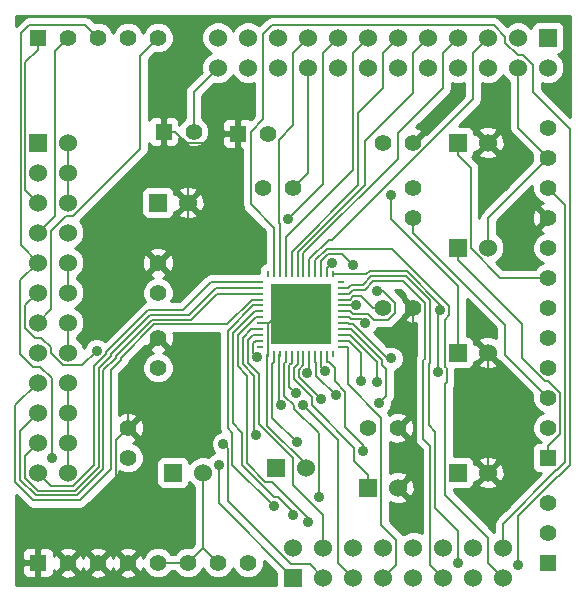
<source format=gtl>
G04 (created by PCBNEW (2013-03-31 BZR 4008)-stable) date 6/6/2013 1:10:11 PM*
%MOIN*%
G04 Gerber Fmt 3.4, Leading zero omitted, Abs format*
%FSLAX34Y34*%
G01*
G70*
G90*
G04 APERTURE LIST*
%ADD10C,0.006*%
%ADD11R,0.055X0.055*%
%ADD12C,0.055*%
%ADD13R,0.06X0.06*%
%ADD14C,0.06*%
%ADD15R,0.0098X0.0236*%
%ADD16R,0.0236X0.0098*%
%ADD17R,0.2008X0.2008*%
%ADD18C,0.035*%
%ADD19C,0.008*%
%ADD20C,0.01*%
G04 APERTURE END LIST*
G54D10*
G54D11*
X16000Y-29000D03*
G54D12*
X17000Y-29000D03*
X18000Y-29000D03*
X19000Y-29000D03*
X20000Y-29000D03*
X21000Y-29000D03*
X22000Y-29000D03*
X23000Y-29000D03*
G54D11*
X16000Y-11500D03*
G54D12*
X17000Y-11500D03*
X18000Y-11500D03*
X19000Y-11500D03*
X20000Y-11500D03*
G54D11*
X33000Y-29000D03*
G54D12*
X33000Y-28000D03*
X33000Y-27000D03*
G54D11*
X22665Y-14696D03*
G54D12*
X23665Y-14696D03*
G54D11*
X20185Y-14629D03*
G54D12*
X21185Y-14629D03*
G54D11*
X33000Y-25500D03*
G54D12*
X33000Y-24500D03*
X33000Y-23500D03*
X33000Y-22500D03*
X33000Y-21500D03*
X33000Y-20500D03*
X33000Y-19500D03*
X33000Y-18500D03*
X33000Y-17500D03*
X33000Y-16500D03*
X33000Y-15500D03*
X33000Y-14500D03*
G54D13*
X24500Y-29500D03*
G54D14*
X24500Y-28500D03*
X25500Y-29500D03*
X25500Y-28500D03*
X26500Y-29500D03*
X26500Y-28500D03*
X27500Y-29500D03*
X27500Y-28500D03*
X28500Y-29500D03*
X28500Y-28500D03*
X29500Y-29500D03*
X29500Y-28500D03*
X30500Y-29500D03*
X30500Y-28500D03*
X31500Y-29500D03*
X31500Y-28500D03*
G54D13*
X33000Y-11500D03*
G54D14*
X33000Y-12500D03*
X32000Y-11500D03*
X32000Y-12500D03*
X31000Y-11500D03*
X31000Y-12500D03*
X30000Y-11500D03*
X30000Y-12500D03*
X29000Y-11500D03*
X29000Y-12500D03*
X28000Y-11500D03*
X28000Y-12500D03*
X27000Y-11500D03*
X27000Y-12500D03*
X26000Y-11500D03*
X26000Y-12500D03*
X25000Y-11500D03*
X25000Y-12500D03*
X24000Y-11500D03*
X24000Y-12500D03*
X23000Y-11500D03*
X23000Y-12500D03*
X22000Y-11500D03*
X22000Y-12500D03*
G54D13*
X16000Y-15000D03*
G54D14*
X17000Y-15000D03*
X16000Y-16000D03*
X17000Y-16000D03*
X16000Y-17000D03*
X17000Y-17000D03*
X16000Y-18000D03*
X17000Y-18000D03*
X16000Y-19000D03*
X17000Y-19000D03*
X16000Y-20000D03*
X17000Y-20000D03*
X16000Y-21000D03*
X17000Y-21000D03*
X16000Y-22000D03*
X17000Y-22000D03*
X16000Y-23000D03*
X17000Y-23000D03*
X16000Y-24000D03*
X17000Y-24000D03*
X16000Y-25000D03*
X17000Y-25000D03*
X16000Y-26000D03*
X17000Y-26000D03*
G54D13*
X30000Y-26000D03*
G54D14*
X31000Y-26000D03*
G54D13*
X20000Y-17000D03*
G54D14*
X21000Y-17000D03*
G54D13*
X27000Y-26500D03*
G54D14*
X28000Y-26500D03*
G54D13*
X30000Y-15000D03*
G54D14*
X31000Y-15000D03*
G54D13*
X23929Y-25838D03*
G54D14*
X24929Y-25838D03*
G54D13*
X20500Y-26000D03*
G54D14*
X21500Y-26000D03*
G54D13*
X30000Y-22000D03*
G54D14*
X31000Y-22000D03*
G54D13*
X30000Y-18500D03*
G54D14*
X31000Y-18500D03*
G54D12*
X23500Y-16500D03*
X24500Y-16500D03*
X27500Y-15000D03*
X28500Y-15000D03*
X20000Y-22500D03*
X20000Y-21500D03*
X28500Y-17500D03*
X28500Y-16500D03*
X27500Y-20500D03*
X28500Y-20500D03*
X19000Y-25500D03*
X19000Y-24500D03*
X20000Y-20000D03*
X20000Y-19000D03*
X27000Y-24500D03*
X28000Y-24500D03*
G54D15*
X25833Y-19382D03*
X25636Y-19382D03*
X25439Y-19382D03*
X25242Y-19382D03*
X25046Y-19382D03*
X24849Y-19382D03*
X24652Y-19382D03*
X24455Y-19382D03*
X24258Y-19382D03*
X24061Y-19382D03*
X23864Y-19382D03*
X23668Y-19382D03*
X25244Y-22058D03*
X25440Y-22058D03*
X25637Y-22058D03*
X25834Y-22058D03*
G54D16*
X23412Y-20425D03*
X23412Y-20621D03*
X23412Y-20818D03*
X23412Y-21015D03*
X23412Y-21212D03*
X23412Y-21409D03*
X23412Y-21606D03*
X23412Y-21803D03*
G54D17*
X24751Y-20720D03*
G54D16*
X23412Y-19638D03*
X23412Y-19835D03*
X23412Y-20032D03*
X23412Y-20228D03*
G54D15*
X23669Y-22058D03*
X23866Y-22059D03*
X24062Y-22059D03*
X24259Y-22059D03*
X24456Y-22059D03*
X24653Y-22059D03*
X24850Y-22059D03*
X25047Y-22059D03*
G54D16*
X26089Y-21803D03*
X26089Y-21606D03*
X26089Y-21409D03*
X26089Y-21213D03*
X26089Y-21016D03*
X26089Y-20819D03*
X26089Y-20622D03*
X26089Y-20425D03*
X26089Y-20228D03*
X26089Y-20031D03*
X26089Y-19835D03*
X26089Y-19638D03*
G54D18*
X23305Y-22135D03*
X26609Y-20425D03*
X24984Y-22683D03*
X17952Y-21944D03*
X24991Y-27641D03*
X24491Y-27425D03*
X23866Y-27118D03*
X26897Y-21020D03*
X26496Y-19076D03*
X25801Y-19006D03*
X30000Y-29000D03*
X27293Y-19932D03*
X24318Y-17550D03*
X25419Y-23560D03*
X25354Y-26795D03*
X31986Y-29065D03*
X22181Y-25038D03*
X27300Y-22965D03*
X27375Y-23665D03*
X22026Y-25732D03*
X27769Y-22190D03*
X26775Y-22951D03*
X24826Y-23744D03*
X26830Y-25272D03*
X24095Y-23737D03*
X25581Y-22612D03*
X25932Y-23418D03*
X16451Y-25507D03*
X24618Y-24991D03*
X27767Y-16746D03*
X23271Y-24755D03*
X29417Y-20593D03*
X29322Y-22639D03*
X24589Y-23356D03*
G54D19*
X23174Y-22005D02*
X23305Y-22135D01*
X23174Y-21688D02*
X23174Y-22005D01*
X23256Y-21606D02*
X23174Y-21688D01*
X23412Y-21606D02*
X23256Y-21606D01*
X33395Y-24709D02*
X33000Y-25104D01*
X33395Y-23333D02*
X33395Y-24709D01*
X33007Y-22945D02*
X33395Y-23333D01*
X32886Y-22945D02*
X33007Y-22945D01*
X32124Y-22182D02*
X32886Y-22945D01*
X32124Y-21044D02*
X32124Y-22182D01*
X30000Y-18920D02*
X32124Y-21044D01*
X30000Y-18500D02*
X30000Y-18920D01*
X33000Y-25500D02*
X33000Y-25104D01*
X17000Y-26000D02*
X17000Y-25000D01*
X17000Y-25000D02*
X17000Y-24000D01*
X17000Y-24000D02*
X17000Y-23000D01*
X17000Y-20000D02*
X17000Y-19000D01*
X17000Y-17000D02*
X17000Y-16000D01*
X17000Y-16000D02*
X17000Y-15000D01*
X21185Y-13314D02*
X21185Y-14629D01*
X22000Y-12500D02*
X21185Y-13314D01*
X31000Y-17500D02*
X33000Y-15500D01*
X31000Y-18500D02*
X31000Y-17500D01*
X17000Y-21000D02*
X17000Y-22000D01*
X32000Y-14500D02*
X33000Y-15500D01*
X32000Y-12500D02*
X32000Y-14500D01*
X25000Y-16000D02*
X24500Y-16500D01*
X25000Y-12500D02*
X25000Y-16000D01*
X26089Y-20425D02*
X26609Y-20425D01*
X23412Y-21409D02*
X23174Y-21409D01*
X22000Y-29000D02*
X21500Y-28500D01*
X21500Y-26000D02*
X21500Y-28500D01*
X25500Y-27415D02*
X25500Y-28500D01*
X24494Y-26410D02*
X25500Y-27415D01*
X24494Y-25511D02*
X24494Y-26410D01*
X23376Y-24393D02*
X24494Y-25511D01*
X23376Y-22710D02*
X23376Y-24393D01*
X23006Y-22340D02*
X23376Y-22710D01*
X23006Y-21578D02*
X23006Y-22340D01*
X23174Y-21409D02*
X23006Y-21578D01*
X33567Y-17067D02*
X33000Y-16500D01*
X33567Y-25652D02*
X33567Y-17067D01*
X33296Y-25923D02*
X33567Y-25652D01*
X33282Y-25923D02*
X33296Y-25923D01*
X31500Y-27705D02*
X33282Y-25923D01*
X31500Y-28500D02*
X31500Y-27705D01*
X21500Y-28500D02*
X21000Y-29000D01*
X21000Y-29000D02*
X20000Y-29000D01*
X31000Y-26000D02*
X31000Y-22000D01*
X23412Y-21015D02*
X23651Y-21015D01*
X23983Y-20720D02*
X23669Y-21034D01*
X24751Y-20720D02*
X23983Y-20720D01*
X23669Y-21034D02*
X23651Y-21015D01*
X23669Y-21034D02*
X23669Y-22058D01*
X28500Y-24000D02*
X28500Y-20500D01*
X28000Y-24500D02*
X28500Y-24000D01*
X22665Y-14696D02*
X22270Y-14696D01*
X20185Y-14629D02*
X20580Y-14629D01*
X21942Y-15025D02*
X21000Y-15025D01*
X22270Y-14696D02*
X21942Y-15025D01*
X20975Y-15025D02*
X20580Y-14629D01*
X21000Y-15025D02*
X20975Y-15025D01*
X21000Y-18000D02*
X21000Y-17000D01*
X20000Y-19000D02*
X21000Y-18000D01*
X21000Y-17000D02*
X21000Y-15025D01*
X19000Y-22500D02*
X19000Y-24500D01*
X20000Y-21500D02*
X19000Y-22500D01*
X18397Y-28602D02*
X18000Y-29000D01*
X18602Y-28602D02*
X18397Y-28602D01*
X18602Y-24897D02*
X18602Y-28602D01*
X19000Y-24500D02*
X18602Y-24897D01*
X18602Y-28602D02*
X19000Y-29000D01*
X24929Y-25719D02*
X24929Y-25838D01*
X23640Y-24431D02*
X24929Y-25719D01*
X23640Y-22087D02*
X23640Y-24431D01*
X23669Y-22058D02*
X23640Y-22087D01*
X23412Y-19835D02*
X23174Y-19835D01*
X15562Y-25437D02*
X16000Y-25000D01*
X15562Y-26166D02*
X15562Y-25437D01*
X15992Y-26596D02*
X15562Y-26166D01*
X17238Y-26596D02*
X15992Y-26596D01*
X18024Y-25810D02*
X17238Y-26596D01*
X18024Y-22516D02*
X18024Y-25810D01*
X18441Y-22099D02*
X18024Y-22516D01*
X18441Y-22043D02*
X18441Y-22099D01*
X19746Y-20738D02*
X18441Y-22043D01*
X21047Y-20738D02*
X19746Y-20738D01*
X21950Y-19835D02*
X21047Y-20738D01*
X23174Y-19835D02*
X21950Y-19835D01*
X23174Y-19835D02*
X23174Y-19835D01*
X15578Y-20421D02*
X16000Y-20000D01*
X15578Y-21182D02*
X15578Y-20421D01*
X15895Y-21500D02*
X15578Y-21182D01*
X16098Y-21500D02*
X15895Y-21500D01*
X16420Y-21821D02*
X16098Y-21500D01*
X16420Y-22014D02*
X16420Y-21821D01*
X16825Y-22420D02*
X16420Y-22014D01*
X17476Y-22420D02*
X16825Y-22420D01*
X17952Y-21944D02*
X17476Y-22420D01*
X25047Y-22619D02*
X24984Y-22683D01*
X25047Y-22059D02*
X25047Y-22619D01*
X24991Y-27501D02*
X24991Y-27641D01*
X23788Y-26298D02*
X24991Y-27501D01*
X23582Y-26298D02*
X23788Y-26298D01*
X22976Y-25693D02*
X23582Y-26298D01*
X22976Y-22763D02*
X22976Y-25693D01*
X22666Y-22454D02*
X22976Y-22763D01*
X22666Y-21408D02*
X22666Y-22454D01*
X23256Y-20818D02*
X22666Y-21408D01*
X23412Y-20818D02*
X23256Y-20818D01*
X24491Y-27325D02*
X24491Y-27425D01*
X23989Y-26823D02*
X24491Y-27325D01*
X23880Y-26823D02*
X23989Y-26823D01*
X22816Y-25759D02*
X23880Y-26823D01*
X22816Y-24667D02*
X22816Y-25759D01*
X22493Y-24344D02*
X22816Y-24667D01*
X22493Y-21354D02*
X22493Y-24344D01*
X23227Y-20621D02*
X22493Y-21354D01*
X23412Y-20621D02*
X23227Y-20621D01*
X23412Y-20425D02*
X23174Y-20425D01*
X22319Y-21280D02*
X23174Y-20425D01*
X22319Y-24510D02*
X22319Y-21280D01*
X22481Y-24672D02*
X22319Y-24510D01*
X22481Y-25733D02*
X22481Y-24672D01*
X23866Y-27118D02*
X22481Y-25733D01*
X24258Y-19382D02*
X24258Y-19144D01*
X24258Y-18157D02*
X24258Y-19144D01*
X26499Y-15916D02*
X24258Y-18157D01*
X26499Y-12000D02*
X26499Y-15916D01*
X27000Y-11500D02*
X26499Y-12000D01*
X27500Y-12000D02*
X28000Y-11500D01*
X27500Y-13176D02*
X27500Y-12000D01*
X26660Y-14016D02*
X27500Y-13176D01*
X26660Y-16424D02*
X26660Y-14016D01*
X24455Y-18628D02*
X26660Y-16424D01*
X24455Y-19382D02*
X24455Y-18628D01*
X28500Y-12000D02*
X29000Y-11500D01*
X28500Y-13359D02*
X28500Y-12000D01*
X26905Y-14953D02*
X28500Y-13359D01*
X26905Y-16404D02*
X26905Y-14953D01*
X24652Y-18657D02*
X26905Y-16404D01*
X24652Y-19382D02*
X24652Y-18657D01*
X29500Y-12000D02*
X30000Y-11500D01*
X29500Y-13191D02*
X29500Y-12000D01*
X28000Y-14691D02*
X29500Y-13191D01*
X28000Y-15537D02*
X28000Y-14691D01*
X24849Y-18687D02*
X28000Y-15537D01*
X24849Y-19382D02*
X24849Y-18687D01*
X26757Y-20880D02*
X26897Y-21020D01*
X26421Y-20880D02*
X26757Y-20880D01*
X26359Y-20819D02*
X26421Y-20880D01*
X26089Y-20819D02*
X26359Y-20819D01*
X25046Y-18887D02*
X25046Y-19382D01*
X25689Y-18245D02*
X25046Y-18887D01*
X25813Y-18245D02*
X25689Y-18245D01*
X30500Y-13558D02*
X25813Y-18245D01*
X30500Y-12000D02*
X30500Y-13558D01*
X31000Y-11500D02*
X30500Y-12000D01*
X15239Y-23760D02*
X16000Y-23000D01*
X15239Y-26316D02*
X15239Y-23760D01*
X15841Y-26919D02*
X15239Y-26316D01*
X17395Y-26919D02*
X15841Y-26919D01*
X18424Y-25889D02*
X17395Y-26919D01*
X18424Y-22568D02*
X18424Y-25889D01*
X18761Y-22232D02*
X18424Y-22568D01*
X18761Y-22176D02*
X18761Y-22232D01*
X19879Y-21058D02*
X18761Y-22176D01*
X22315Y-21058D02*
X19879Y-21058D01*
X23145Y-20228D02*
X22315Y-21058D01*
X23412Y-20228D02*
X23145Y-20228D01*
X26128Y-18708D02*
X26496Y-19076D01*
X25678Y-18708D02*
X26128Y-18708D01*
X25439Y-18947D02*
X25678Y-18708D01*
X25439Y-19382D02*
X25439Y-18947D01*
X25636Y-19382D02*
X25636Y-19144D01*
X25663Y-19144D02*
X25801Y-19006D01*
X25636Y-19144D02*
X25663Y-19144D01*
X26089Y-20031D02*
X26328Y-20031D01*
X29079Y-29079D02*
X29500Y-29500D01*
X29079Y-25099D02*
X29079Y-29079D01*
X28848Y-24868D02*
X29079Y-25099D01*
X28848Y-22242D02*
X28848Y-24868D01*
X28895Y-22195D02*
X28848Y-22242D01*
X28895Y-20335D02*
X28895Y-22195D01*
X28178Y-19617D02*
X28895Y-20335D01*
X27168Y-19617D02*
X28178Y-19617D01*
X26891Y-19894D02*
X27168Y-19617D01*
X26496Y-19894D02*
X26891Y-19894D01*
X26359Y-20031D02*
X26496Y-19894D01*
X26328Y-20031D02*
X26359Y-20031D01*
X30000Y-27932D02*
X30000Y-29000D01*
X29240Y-27172D02*
X30000Y-27932D01*
X29240Y-24632D02*
X29240Y-27172D01*
X29027Y-24419D02*
X29240Y-24632D01*
X29027Y-22370D02*
X29027Y-24419D01*
X29055Y-22342D02*
X29027Y-22370D01*
X29055Y-20259D02*
X29055Y-22342D01*
X28253Y-19457D02*
X29055Y-20259D01*
X27101Y-19457D02*
X28253Y-19457D01*
X26824Y-19734D02*
X27101Y-19457D01*
X26428Y-19734D02*
X26824Y-19734D01*
X26328Y-19835D02*
X26428Y-19734D01*
X26089Y-19835D02*
X26328Y-19835D01*
X27937Y-29062D02*
X27500Y-29500D01*
X27937Y-28230D02*
X27937Y-29062D01*
X27443Y-27735D02*
X27937Y-28230D01*
X27443Y-24175D02*
X27443Y-27735D01*
X26328Y-23060D02*
X27443Y-24175D01*
X26328Y-21803D02*
X26328Y-23060D01*
X26089Y-21803D02*
X26328Y-21803D01*
X25500Y-12000D02*
X26000Y-11500D01*
X25500Y-16368D02*
X25500Y-12000D01*
X24318Y-17550D02*
X25500Y-16368D01*
X27506Y-19932D02*
X27293Y-19932D01*
X27905Y-20331D02*
X27506Y-19932D01*
X27905Y-20668D02*
X27905Y-20331D01*
X27671Y-20901D02*
X27905Y-20668D01*
X27196Y-20901D02*
X27671Y-20901D01*
X27015Y-20720D02*
X27196Y-20901D01*
X26487Y-20720D02*
X27015Y-20720D01*
X26389Y-20622D02*
X26487Y-20720D01*
X26089Y-20622D02*
X26389Y-20622D01*
X24850Y-22059D02*
X24850Y-22297D01*
X19395Y-12104D02*
X20000Y-11500D01*
X19395Y-15215D02*
X19395Y-12104D01*
X17167Y-17443D02*
X19395Y-15215D01*
X16949Y-17443D02*
X17167Y-17443D01*
X16443Y-17949D02*
X16949Y-17443D01*
X16443Y-20556D02*
X16443Y-17949D01*
X16000Y-21000D02*
X16443Y-20556D01*
X25419Y-23535D02*
X25419Y-23560D01*
X24687Y-22803D02*
X25419Y-23535D01*
X24687Y-22562D02*
X24687Y-22803D01*
X24850Y-22399D02*
X24687Y-22562D01*
X24850Y-22297D02*
X24850Y-22399D01*
X24259Y-22059D02*
X24259Y-22297D01*
X25354Y-24690D02*
X25354Y-26795D01*
X24531Y-23866D02*
X25354Y-24690D01*
X24531Y-23755D02*
X24531Y-23866D01*
X24206Y-23430D02*
X24531Y-23755D01*
X24206Y-22350D02*
X24206Y-23430D01*
X24259Y-22297D02*
X24206Y-22350D01*
X24061Y-19382D02*
X24061Y-19144D01*
X24061Y-17711D02*
X24061Y-19144D01*
X24023Y-17672D02*
X24061Y-17711D01*
X24023Y-14897D02*
X24023Y-17672D01*
X24500Y-14421D02*
X24023Y-14897D01*
X24500Y-12000D02*
X24500Y-14421D01*
X25000Y-11500D02*
X24500Y-12000D01*
X23412Y-20032D02*
X23174Y-20032D01*
X15402Y-24597D02*
X16000Y-24000D01*
X15402Y-26232D02*
X15402Y-24597D01*
X15926Y-26756D02*
X15402Y-26232D01*
X17305Y-26756D02*
X15926Y-26756D01*
X18184Y-25877D02*
X17305Y-26756D01*
X18184Y-22582D02*
X18184Y-25877D01*
X18601Y-22165D02*
X18184Y-22582D01*
X18601Y-22109D02*
X18601Y-22165D01*
X19812Y-20898D02*
X18601Y-22109D01*
X21114Y-20898D02*
X19812Y-20898D01*
X21980Y-20032D02*
X21114Y-20898D01*
X23174Y-20032D02*
X21980Y-20032D01*
X23174Y-20032D02*
X23174Y-20032D01*
X25242Y-19382D02*
X25242Y-19144D01*
X25242Y-18917D02*
X25242Y-19144D01*
X25627Y-18533D02*
X25242Y-18917D01*
X27787Y-18533D02*
X25627Y-18533D01*
X29713Y-20459D02*
X27787Y-18533D01*
X29713Y-20756D02*
X29713Y-20459D01*
X29574Y-20894D02*
X29713Y-20756D01*
X29574Y-22474D02*
X29574Y-20894D01*
X29618Y-22518D02*
X29574Y-22474D01*
X29618Y-22988D02*
X29618Y-22518D01*
X29574Y-23032D02*
X29618Y-22988D01*
X29574Y-26741D02*
X29574Y-23032D01*
X31000Y-28166D02*
X29574Y-26741D01*
X31000Y-29000D02*
X31000Y-28166D01*
X31500Y-29500D02*
X31000Y-29000D01*
X23864Y-17837D02*
X23864Y-19382D01*
X23086Y-17059D02*
X23864Y-17837D01*
X23086Y-14635D02*
X23086Y-17059D01*
X23500Y-14221D02*
X23086Y-14635D01*
X23500Y-11374D02*
X23500Y-14221D01*
X23794Y-11079D02*
X23500Y-11374D01*
X31189Y-11079D02*
X23794Y-11079D01*
X31579Y-11470D02*
X31189Y-11079D01*
X31579Y-11674D02*
X31579Y-11470D01*
X31985Y-12079D02*
X31579Y-11674D01*
X32178Y-12079D02*
X31985Y-12079D01*
X32500Y-12401D02*
X32178Y-12079D01*
X32500Y-13322D02*
X32500Y-12401D01*
X33735Y-14558D02*
X32500Y-13322D01*
X33735Y-25734D02*
X33735Y-14558D01*
X33359Y-26111D02*
X33735Y-25734D01*
X33329Y-26111D02*
X33359Y-26111D01*
X31986Y-27453D02*
X33329Y-26111D01*
X31986Y-29065D02*
X31986Y-27453D01*
X22321Y-25179D02*
X22181Y-25038D01*
X22321Y-26934D02*
X22321Y-25179D01*
X24443Y-29056D02*
X22321Y-26934D01*
X25056Y-29056D02*
X24443Y-29056D01*
X25500Y-29500D02*
X25056Y-29056D01*
X27300Y-22302D02*
X27300Y-22965D01*
X26407Y-21409D02*
X27300Y-22302D01*
X26089Y-21409D02*
X26407Y-21409D01*
X22026Y-27026D02*
X24500Y-29500D01*
X22026Y-25732D02*
X22026Y-27026D01*
X27607Y-23433D02*
X27375Y-23665D01*
X27607Y-22529D02*
X27607Y-23433D01*
X27474Y-22395D02*
X27607Y-22529D01*
X27474Y-22249D02*
X27474Y-22395D01*
X26438Y-21213D02*
X27474Y-22249D01*
X26089Y-21213D02*
X26438Y-21213D01*
X27650Y-22190D02*
X27769Y-22190D01*
X26500Y-21040D02*
X27650Y-22190D01*
X26352Y-21040D02*
X26500Y-21040D01*
X26328Y-21016D02*
X26352Y-21040D01*
X26089Y-21016D02*
X26328Y-21016D01*
X26775Y-22013D02*
X26775Y-22951D01*
X26367Y-21606D02*
X26775Y-22013D01*
X26089Y-21606D02*
X26367Y-21606D01*
X26000Y-24917D02*
X24826Y-23744D01*
X26000Y-29000D02*
X26000Y-24917D01*
X26500Y-29500D02*
X26000Y-29000D01*
X16436Y-26436D02*
X16000Y-26000D01*
X17172Y-26436D02*
X16436Y-26436D01*
X17864Y-25744D02*
X17172Y-26436D01*
X17864Y-22449D02*
X17864Y-25744D01*
X18280Y-22033D02*
X17864Y-22449D01*
X18280Y-21977D02*
X18280Y-22033D01*
X19680Y-20578D02*
X18280Y-21977D01*
X20828Y-20578D02*
X19680Y-20578D01*
X21767Y-19638D02*
X20828Y-20578D01*
X23412Y-19638D02*
X21767Y-19638D01*
X15579Y-12315D02*
X16000Y-11895D01*
X15579Y-16579D02*
X15579Y-12315D01*
X16000Y-17000D02*
X15579Y-16579D01*
X16000Y-11500D02*
X16000Y-11895D01*
X25637Y-22058D02*
X25637Y-22296D01*
X25686Y-22296D02*
X25637Y-22296D01*
X25885Y-22495D02*
X25686Y-22296D01*
X25885Y-22954D02*
X25885Y-22495D01*
X26227Y-23296D02*
X25885Y-22954D01*
X26227Y-24491D02*
X26227Y-23296D01*
X26830Y-25093D02*
X26227Y-24491D01*
X26830Y-25272D02*
X26830Y-25093D01*
X24036Y-23678D02*
X24095Y-23737D01*
X24036Y-22085D02*
X24036Y-23678D01*
X24062Y-22059D02*
X24036Y-22085D01*
X16556Y-17443D02*
X16000Y-18000D01*
X16556Y-11943D02*
X16556Y-17443D01*
X17000Y-11500D02*
X16556Y-11943D01*
X25440Y-22472D02*
X25581Y-22612D01*
X25440Y-22058D02*
X25440Y-22472D01*
X15414Y-19585D02*
X16000Y-19000D01*
X15414Y-22029D02*
X15414Y-19585D01*
X15848Y-22463D02*
X15414Y-22029D01*
X16058Y-22463D02*
X15848Y-22463D01*
X16451Y-22856D02*
X16058Y-22463D01*
X16451Y-25507D02*
X16451Y-22856D01*
X17581Y-11081D02*
X18000Y-11500D01*
X15694Y-11081D02*
X17581Y-11081D01*
X15419Y-11356D02*
X15694Y-11081D01*
X15419Y-18419D02*
X15419Y-11356D01*
X16000Y-19000D02*
X15419Y-18419D01*
X25244Y-22297D02*
X25244Y-22058D01*
X25279Y-22332D02*
X25244Y-22297D01*
X25279Y-22765D02*
X25279Y-22332D01*
X25932Y-23418D02*
X25279Y-22765D01*
X23866Y-22059D02*
X23866Y-22297D01*
X27767Y-17549D02*
X27767Y-16746D01*
X30000Y-19781D02*
X27767Y-17549D01*
X30000Y-22000D02*
X30000Y-19781D01*
X23800Y-24173D02*
X24618Y-24991D01*
X23800Y-22363D02*
X23800Y-24173D01*
X23866Y-22297D02*
X23800Y-22363D01*
X23116Y-21212D02*
X23412Y-21212D01*
X22832Y-21496D02*
X23116Y-21212D01*
X22832Y-22393D02*
X22832Y-21496D01*
X23216Y-22777D02*
X22832Y-22393D01*
X23216Y-24700D02*
X23216Y-22777D01*
X23271Y-24755D02*
X23216Y-24700D01*
X28500Y-18004D02*
X28500Y-17500D01*
X31566Y-21070D02*
X28500Y-18004D01*
X31566Y-22066D02*
X31566Y-21070D01*
X33000Y-23500D02*
X31566Y-22066D01*
X26389Y-20228D02*
X26089Y-20228D01*
X26497Y-20120D02*
X26389Y-20228D01*
X26782Y-20120D02*
X26497Y-20120D01*
X27162Y-20500D02*
X26782Y-20120D01*
X27500Y-20500D02*
X27162Y-20500D01*
X29322Y-20689D02*
X29322Y-22639D01*
X29417Y-20593D02*
X29322Y-20689D01*
X26950Y-19382D02*
X25833Y-19382D01*
X27061Y-19271D02*
X26950Y-19382D01*
X28293Y-19271D02*
X27061Y-19271D01*
X29417Y-20395D02*
X28293Y-19271D01*
X29417Y-20593D02*
X29417Y-20395D01*
X24653Y-22059D02*
X24653Y-22297D01*
X27000Y-26500D02*
X27000Y-26079D01*
X26535Y-25615D02*
X27000Y-26079D01*
X26535Y-25165D02*
X26535Y-25615D01*
X25124Y-23754D02*
X26535Y-25165D01*
X25124Y-23466D02*
X25124Y-23754D01*
X24527Y-22869D02*
X25124Y-23466D01*
X24527Y-22496D02*
X24527Y-22869D01*
X24653Y-22369D02*
X24527Y-22496D01*
X24653Y-22297D02*
X24653Y-22369D01*
X30420Y-15840D02*
X30000Y-15420D01*
X30420Y-18524D02*
X30420Y-15840D01*
X31395Y-19500D02*
X30420Y-18524D01*
X33000Y-19500D02*
X31395Y-19500D01*
X30000Y-15000D02*
X30000Y-15420D01*
X24456Y-22336D02*
X24456Y-22059D01*
X24367Y-22426D02*
X24456Y-22336D01*
X24367Y-23133D02*
X24367Y-22426D01*
X24589Y-23356D02*
X24367Y-23133D01*
G54D10*
G36*
X23949Y-29730D02*
X19297Y-29730D01*
X19297Y-29367D01*
X19000Y-29070D01*
X18929Y-29141D01*
X18929Y-29000D01*
X18632Y-28702D01*
X18539Y-28727D01*
X18503Y-28830D01*
X18460Y-28727D01*
X18367Y-28702D01*
X18297Y-28773D01*
X18297Y-28632D01*
X18272Y-28539D01*
X18075Y-28470D01*
X17867Y-28481D01*
X17727Y-28539D01*
X17702Y-28632D01*
X18000Y-28929D01*
X18297Y-28632D01*
X18297Y-28773D01*
X18070Y-29000D01*
X18367Y-29297D01*
X18460Y-29272D01*
X18496Y-29169D01*
X18539Y-29272D01*
X18632Y-29297D01*
X18929Y-29000D01*
X18929Y-29141D01*
X18702Y-29367D01*
X18727Y-29460D01*
X18924Y-29529D01*
X19132Y-29518D01*
X19272Y-29460D01*
X19297Y-29367D01*
X19297Y-29730D01*
X18297Y-29730D01*
X18297Y-29367D01*
X18000Y-29070D01*
X17929Y-29141D01*
X17929Y-29000D01*
X17632Y-28702D01*
X17539Y-28727D01*
X17503Y-28830D01*
X17460Y-28727D01*
X17367Y-28702D01*
X17297Y-28773D01*
X17297Y-28632D01*
X17272Y-28539D01*
X17075Y-28470D01*
X16867Y-28481D01*
X16727Y-28539D01*
X16702Y-28632D01*
X17000Y-28929D01*
X17297Y-28632D01*
X17297Y-28773D01*
X17070Y-29000D01*
X17367Y-29297D01*
X17460Y-29272D01*
X17496Y-29169D01*
X17539Y-29272D01*
X17632Y-29297D01*
X17929Y-29000D01*
X17929Y-29141D01*
X17702Y-29367D01*
X17727Y-29460D01*
X17924Y-29529D01*
X18132Y-29518D01*
X18272Y-29460D01*
X18297Y-29367D01*
X18297Y-29730D01*
X17297Y-29730D01*
X17297Y-29367D01*
X17000Y-29070D01*
X16929Y-29141D01*
X16929Y-29000D01*
X16632Y-28702D01*
X16539Y-28727D01*
X16525Y-28768D01*
X16524Y-28675D01*
X16486Y-28583D01*
X16416Y-28512D01*
X16324Y-28474D01*
X16112Y-28475D01*
X16050Y-28537D01*
X16050Y-28950D01*
X16057Y-28950D01*
X16057Y-29050D01*
X16050Y-29050D01*
X16050Y-29462D01*
X16112Y-29525D01*
X16324Y-29525D01*
X16416Y-29487D01*
X16486Y-29416D01*
X16524Y-29324D01*
X16525Y-29237D01*
X16539Y-29272D01*
X16632Y-29297D01*
X16929Y-29000D01*
X16929Y-29141D01*
X16702Y-29367D01*
X16727Y-29460D01*
X16924Y-29529D01*
X17132Y-29518D01*
X17272Y-29460D01*
X17297Y-29367D01*
X17297Y-29730D01*
X15950Y-29730D01*
X15950Y-29462D01*
X15950Y-29050D01*
X15950Y-28950D01*
X15950Y-28537D01*
X15887Y-28475D01*
X15675Y-28474D01*
X15583Y-28512D01*
X15513Y-28583D01*
X15475Y-28675D01*
X15474Y-28774D01*
X15475Y-28887D01*
X15537Y-28950D01*
X15950Y-28950D01*
X15950Y-29050D01*
X15537Y-29050D01*
X15475Y-29112D01*
X15474Y-29225D01*
X15475Y-29324D01*
X15513Y-29416D01*
X15583Y-29487D01*
X15675Y-29525D01*
X15887Y-29525D01*
X15950Y-29462D01*
X15950Y-29730D01*
X15269Y-29730D01*
X15269Y-26757D01*
X15636Y-27124D01*
X15636Y-27124D01*
X15730Y-27187D01*
X15841Y-27209D01*
X15841Y-27209D01*
X15841Y-27209D01*
X17395Y-27209D01*
X17506Y-27187D01*
X17600Y-27124D01*
X18629Y-26094D01*
X18692Y-26000D01*
X18703Y-25945D01*
X18895Y-26024D01*
X19103Y-26025D01*
X19297Y-25945D01*
X19444Y-25797D01*
X19524Y-25604D01*
X19525Y-25396D01*
X19445Y-25203D01*
X19297Y-25055D01*
X19171Y-25002D01*
X19272Y-24960D01*
X19297Y-24867D01*
X19000Y-24570D01*
X18994Y-24576D01*
X18923Y-24505D01*
X18929Y-24500D01*
X18923Y-24494D01*
X18994Y-24423D01*
X19000Y-24429D01*
X19297Y-24132D01*
X19272Y-24039D01*
X19075Y-23970D01*
X18867Y-23981D01*
X18727Y-24039D01*
X18714Y-24086D01*
X18714Y-22688D01*
X18966Y-22437D01*
X19029Y-22343D01*
X19035Y-22312D01*
X19567Y-21780D01*
X19632Y-21797D01*
X19929Y-21500D01*
X19923Y-21494D01*
X19994Y-21423D01*
X20000Y-21429D01*
X20005Y-21423D01*
X20076Y-21494D01*
X20070Y-21500D01*
X20367Y-21797D01*
X20460Y-21772D01*
X20529Y-21575D01*
X20518Y-21367D01*
X20510Y-21348D01*
X22029Y-21348D01*
X22029Y-24510D01*
X22051Y-24621D01*
X22057Y-24629D01*
X21940Y-24678D01*
X21821Y-24797D01*
X21756Y-24953D01*
X21756Y-25122D01*
X21820Y-25279D01*
X21876Y-25334D01*
X21786Y-25371D01*
X21678Y-25478D01*
X21609Y-25450D01*
X21391Y-25449D01*
X21188Y-25533D01*
X21050Y-25672D01*
X21050Y-25650D01*
X21012Y-25558D01*
X20941Y-25488D01*
X20849Y-25450D01*
X20750Y-25449D01*
X20525Y-25449D01*
X20525Y-22396D01*
X20445Y-22203D01*
X20297Y-22055D01*
X20171Y-22002D01*
X20272Y-21960D01*
X20297Y-21867D01*
X20000Y-21570D01*
X19702Y-21867D01*
X19727Y-21960D01*
X19837Y-21999D01*
X19703Y-22054D01*
X19555Y-22202D01*
X19475Y-22395D01*
X19474Y-22603D01*
X19554Y-22797D01*
X19702Y-22944D01*
X19895Y-23024D01*
X20103Y-23025D01*
X20297Y-22945D01*
X20444Y-22797D01*
X20524Y-22604D01*
X20525Y-22396D01*
X20525Y-25449D01*
X20150Y-25449D01*
X20058Y-25487D01*
X19988Y-25558D01*
X19950Y-25650D01*
X19949Y-25749D01*
X19949Y-26349D01*
X19987Y-26441D01*
X20058Y-26511D01*
X20150Y-26549D01*
X20249Y-26550D01*
X20849Y-26550D01*
X20941Y-26512D01*
X21011Y-26441D01*
X21049Y-26349D01*
X21049Y-26327D01*
X21188Y-26465D01*
X21210Y-26475D01*
X21210Y-28379D01*
X21111Y-28477D01*
X21104Y-28475D01*
X20896Y-28474D01*
X20703Y-28554D01*
X20555Y-28702D01*
X20551Y-28710D01*
X20448Y-28710D01*
X20445Y-28703D01*
X20297Y-28555D01*
X20104Y-28475D01*
X19896Y-28474D01*
X19703Y-28554D01*
X19555Y-28702D01*
X19529Y-28763D01*
X19529Y-24575D01*
X19518Y-24367D01*
X19460Y-24227D01*
X19367Y-24202D01*
X19070Y-24500D01*
X19367Y-24797D01*
X19460Y-24772D01*
X19529Y-24575D01*
X19529Y-28763D01*
X19502Y-28828D01*
X19460Y-28727D01*
X19367Y-28702D01*
X19297Y-28773D01*
X19297Y-28632D01*
X19272Y-28539D01*
X19075Y-28470D01*
X18867Y-28481D01*
X18727Y-28539D01*
X18702Y-28632D01*
X19000Y-28929D01*
X19297Y-28632D01*
X19297Y-28773D01*
X19070Y-29000D01*
X19367Y-29297D01*
X19460Y-29272D01*
X19499Y-29162D01*
X19554Y-29297D01*
X19702Y-29444D01*
X19895Y-29524D01*
X20103Y-29525D01*
X20297Y-29445D01*
X20444Y-29297D01*
X20448Y-29290D01*
X20551Y-29290D01*
X20554Y-29297D01*
X20702Y-29444D01*
X20895Y-29524D01*
X21103Y-29525D01*
X21297Y-29445D01*
X21444Y-29297D01*
X21500Y-29164D01*
X21554Y-29297D01*
X21702Y-29444D01*
X21895Y-29524D01*
X22103Y-29525D01*
X22297Y-29445D01*
X22444Y-29297D01*
X22500Y-29164D01*
X22554Y-29297D01*
X22702Y-29444D01*
X22895Y-29524D01*
X23103Y-29525D01*
X23297Y-29445D01*
X23444Y-29297D01*
X23524Y-29104D01*
X23525Y-28935D01*
X23949Y-29360D01*
X23949Y-29730D01*
X23949Y-29730D01*
G37*
G54D20*
X23949Y-29730D02*
X19297Y-29730D01*
X19297Y-29367D01*
X19000Y-29070D01*
X18929Y-29141D01*
X18929Y-29000D01*
X18632Y-28702D01*
X18539Y-28727D01*
X18503Y-28830D01*
X18460Y-28727D01*
X18367Y-28702D01*
X18297Y-28773D01*
X18297Y-28632D01*
X18272Y-28539D01*
X18075Y-28470D01*
X17867Y-28481D01*
X17727Y-28539D01*
X17702Y-28632D01*
X18000Y-28929D01*
X18297Y-28632D01*
X18297Y-28773D01*
X18070Y-29000D01*
X18367Y-29297D01*
X18460Y-29272D01*
X18496Y-29169D01*
X18539Y-29272D01*
X18632Y-29297D01*
X18929Y-29000D01*
X18929Y-29141D01*
X18702Y-29367D01*
X18727Y-29460D01*
X18924Y-29529D01*
X19132Y-29518D01*
X19272Y-29460D01*
X19297Y-29367D01*
X19297Y-29730D01*
X18297Y-29730D01*
X18297Y-29367D01*
X18000Y-29070D01*
X17929Y-29141D01*
X17929Y-29000D01*
X17632Y-28702D01*
X17539Y-28727D01*
X17503Y-28830D01*
X17460Y-28727D01*
X17367Y-28702D01*
X17297Y-28773D01*
X17297Y-28632D01*
X17272Y-28539D01*
X17075Y-28470D01*
X16867Y-28481D01*
X16727Y-28539D01*
X16702Y-28632D01*
X17000Y-28929D01*
X17297Y-28632D01*
X17297Y-28773D01*
X17070Y-29000D01*
X17367Y-29297D01*
X17460Y-29272D01*
X17496Y-29169D01*
X17539Y-29272D01*
X17632Y-29297D01*
X17929Y-29000D01*
X17929Y-29141D01*
X17702Y-29367D01*
X17727Y-29460D01*
X17924Y-29529D01*
X18132Y-29518D01*
X18272Y-29460D01*
X18297Y-29367D01*
X18297Y-29730D01*
X17297Y-29730D01*
X17297Y-29367D01*
X17000Y-29070D01*
X16929Y-29141D01*
X16929Y-29000D01*
X16632Y-28702D01*
X16539Y-28727D01*
X16525Y-28768D01*
X16524Y-28675D01*
X16486Y-28583D01*
X16416Y-28512D01*
X16324Y-28474D01*
X16112Y-28475D01*
X16050Y-28537D01*
X16050Y-28950D01*
X16057Y-28950D01*
X16057Y-29050D01*
X16050Y-29050D01*
X16050Y-29462D01*
X16112Y-29525D01*
X16324Y-29525D01*
X16416Y-29487D01*
X16486Y-29416D01*
X16524Y-29324D01*
X16525Y-29237D01*
X16539Y-29272D01*
X16632Y-29297D01*
X16929Y-29000D01*
X16929Y-29141D01*
X16702Y-29367D01*
X16727Y-29460D01*
X16924Y-29529D01*
X17132Y-29518D01*
X17272Y-29460D01*
X17297Y-29367D01*
X17297Y-29730D01*
X15950Y-29730D01*
X15950Y-29462D01*
X15950Y-29050D01*
X15950Y-28950D01*
X15950Y-28537D01*
X15887Y-28475D01*
X15675Y-28474D01*
X15583Y-28512D01*
X15513Y-28583D01*
X15475Y-28675D01*
X15474Y-28774D01*
X15475Y-28887D01*
X15537Y-28950D01*
X15950Y-28950D01*
X15950Y-29050D01*
X15537Y-29050D01*
X15475Y-29112D01*
X15474Y-29225D01*
X15475Y-29324D01*
X15513Y-29416D01*
X15583Y-29487D01*
X15675Y-29525D01*
X15887Y-29525D01*
X15950Y-29462D01*
X15950Y-29730D01*
X15269Y-29730D01*
X15269Y-26757D01*
X15636Y-27124D01*
X15636Y-27124D01*
X15730Y-27187D01*
X15841Y-27209D01*
X15841Y-27209D01*
X15841Y-27209D01*
X17395Y-27209D01*
X17506Y-27187D01*
X17600Y-27124D01*
X18629Y-26094D01*
X18692Y-26000D01*
X18703Y-25945D01*
X18895Y-26024D01*
X19103Y-26025D01*
X19297Y-25945D01*
X19444Y-25797D01*
X19524Y-25604D01*
X19525Y-25396D01*
X19445Y-25203D01*
X19297Y-25055D01*
X19171Y-25002D01*
X19272Y-24960D01*
X19297Y-24867D01*
X19000Y-24570D01*
X18994Y-24576D01*
X18923Y-24505D01*
X18929Y-24500D01*
X18923Y-24494D01*
X18994Y-24423D01*
X19000Y-24429D01*
X19297Y-24132D01*
X19272Y-24039D01*
X19075Y-23970D01*
X18867Y-23981D01*
X18727Y-24039D01*
X18714Y-24086D01*
X18714Y-22688D01*
X18966Y-22437D01*
X19029Y-22343D01*
X19035Y-22312D01*
X19567Y-21780D01*
X19632Y-21797D01*
X19929Y-21500D01*
X19923Y-21494D01*
X19994Y-21423D01*
X20000Y-21429D01*
X20005Y-21423D01*
X20076Y-21494D01*
X20070Y-21500D01*
X20367Y-21797D01*
X20460Y-21772D01*
X20529Y-21575D01*
X20518Y-21367D01*
X20510Y-21348D01*
X22029Y-21348D01*
X22029Y-24510D01*
X22051Y-24621D01*
X22057Y-24629D01*
X21940Y-24678D01*
X21821Y-24797D01*
X21756Y-24953D01*
X21756Y-25122D01*
X21820Y-25279D01*
X21876Y-25334D01*
X21786Y-25371D01*
X21678Y-25478D01*
X21609Y-25450D01*
X21391Y-25449D01*
X21188Y-25533D01*
X21050Y-25672D01*
X21050Y-25650D01*
X21012Y-25558D01*
X20941Y-25488D01*
X20849Y-25450D01*
X20750Y-25449D01*
X20525Y-25449D01*
X20525Y-22396D01*
X20445Y-22203D01*
X20297Y-22055D01*
X20171Y-22002D01*
X20272Y-21960D01*
X20297Y-21867D01*
X20000Y-21570D01*
X19702Y-21867D01*
X19727Y-21960D01*
X19837Y-21999D01*
X19703Y-22054D01*
X19555Y-22202D01*
X19475Y-22395D01*
X19474Y-22603D01*
X19554Y-22797D01*
X19702Y-22944D01*
X19895Y-23024D01*
X20103Y-23025D01*
X20297Y-22945D01*
X20444Y-22797D01*
X20524Y-22604D01*
X20525Y-22396D01*
X20525Y-25449D01*
X20150Y-25449D01*
X20058Y-25487D01*
X19988Y-25558D01*
X19950Y-25650D01*
X19949Y-25749D01*
X19949Y-26349D01*
X19987Y-26441D01*
X20058Y-26511D01*
X20150Y-26549D01*
X20249Y-26550D01*
X20849Y-26550D01*
X20941Y-26512D01*
X21011Y-26441D01*
X21049Y-26349D01*
X21049Y-26327D01*
X21188Y-26465D01*
X21210Y-26475D01*
X21210Y-28379D01*
X21111Y-28477D01*
X21104Y-28475D01*
X20896Y-28474D01*
X20703Y-28554D01*
X20555Y-28702D01*
X20551Y-28710D01*
X20448Y-28710D01*
X20445Y-28703D01*
X20297Y-28555D01*
X20104Y-28475D01*
X19896Y-28474D01*
X19703Y-28554D01*
X19555Y-28702D01*
X19529Y-28763D01*
X19529Y-24575D01*
X19518Y-24367D01*
X19460Y-24227D01*
X19367Y-24202D01*
X19070Y-24500D01*
X19367Y-24797D01*
X19460Y-24772D01*
X19529Y-24575D01*
X19529Y-28763D01*
X19502Y-28828D01*
X19460Y-28727D01*
X19367Y-28702D01*
X19297Y-28773D01*
X19297Y-28632D01*
X19272Y-28539D01*
X19075Y-28470D01*
X18867Y-28481D01*
X18727Y-28539D01*
X18702Y-28632D01*
X19000Y-28929D01*
X19297Y-28632D01*
X19297Y-28773D01*
X19070Y-29000D01*
X19367Y-29297D01*
X19460Y-29272D01*
X19499Y-29162D01*
X19554Y-29297D01*
X19702Y-29444D01*
X19895Y-29524D01*
X20103Y-29525D01*
X20297Y-29445D01*
X20444Y-29297D01*
X20448Y-29290D01*
X20551Y-29290D01*
X20554Y-29297D01*
X20702Y-29444D01*
X20895Y-29524D01*
X21103Y-29525D01*
X21297Y-29445D01*
X21444Y-29297D01*
X21500Y-29164D01*
X21554Y-29297D01*
X21702Y-29444D01*
X21895Y-29524D01*
X22103Y-29525D01*
X22297Y-29445D01*
X22444Y-29297D01*
X22500Y-29164D01*
X22554Y-29297D01*
X22702Y-29444D01*
X22895Y-29524D01*
X23103Y-29525D01*
X23297Y-29445D01*
X23444Y-29297D01*
X23524Y-29104D01*
X23525Y-28935D01*
X23949Y-29360D01*
X23949Y-29730D01*
G54D10*
G36*
X24809Y-20770D02*
X24801Y-20770D01*
X24801Y-20778D01*
X24701Y-20778D01*
X24701Y-20770D01*
X24694Y-20770D01*
X24694Y-20670D01*
X24701Y-20670D01*
X24701Y-20662D01*
X24801Y-20662D01*
X24801Y-20670D01*
X24809Y-20670D01*
X24809Y-20770D01*
X24809Y-20770D01*
G37*
G54D20*
X24809Y-20770D02*
X24801Y-20770D01*
X24801Y-20778D01*
X24701Y-20778D01*
X24701Y-20770D01*
X24694Y-20770D01*
X24694Y-20670D01*
X24701Y-20670D01*
X24701Y-20662D01*
X24801Y-20662D01*
X24801Y-20670D01*
X24809Y-20670D01*
X24809Y-20770D01*
G54D10*
G36*
X25005Y-25844D02*
X24934Y-25914D01*
X24929Y-25909D01*
X24923Y-25914D01*
X24852Y-25844D01*
X24858Y-25838D01*
X24852Y-25833D01*
X24923Y-25762D01*
X24929Y-25767D01*
X24934Y-25762D01*
X25005Y-25833D01*
X24999Y-25838D01*
X25005Y-25844D01*
X25005Y-25844D01*
G37*
G54D20*
X25005Y-25844D02*
X24934Y-25914D01*
X24929Y-25909D01*
X24923Y-25914D01*
X24852Y-25844D01*
X24858Y-25838D01*
X24852Y-25833D01*
X24923Y-25762D01*
X24929Y-25767D01*
X24934Y-25762D01*
X25005Y-25833D01*
X24999Y-25838D01*
X25005Y-25844D01*
G54D10*
G36*
X28789Y-28024D02*
X28609Y-27950D01*
X28554Y-27950D01*
X28554Y-26581D01*
X28543Y-26363D01*
X28529Y-26329D01*
X28529Y-24575D01*
X28518Y-24367D01*
X28460Y-24227D01*
X28367Y-24202D01*
X28070Y-24500D01*
X28367Y-24797D01*
X28460Y-24772D01*
X28529Y-24575D01*
X28529Y-26329D01*
X28481Y-26212D01*
X28385Y-26184D01*
X28070Y-26500D01*
X28385Y-26815D01*
X28481Y-26787D01*
X28554Y-26581D01*
X28554Y-27950D01*
X28391Y-27949D01*
X28188Y-28033D01*
X28164Y-28057D01*
X28142Y-28025D01*
X27733Y-27615D01*
X27733Y-26988D01*
X27918Y-27054D01*
X28136Y-27043D01*
X28287Y-26981D01*
X28315Y-26885D01*
X28000Y-26570D01*
X27994Y-26576D01*
X27923Y-26505D01*
X27929Y-26500D01*
X27923Y-26494D01*
X27994Y-26423D01*
X28000Y-26429D01*
X28315Y-26114D01*
X28287Y-26018D01*
X28081Y-25945D01*
X27863Y-25956D01*
X27733Y-26009D01*
X27733Y-24962D01*
X27924Y-25029D01*
X28132Y-25018D01*
X28272Y-24960D01*
X28297Y-24867D01*
X28000Y-24570D01*
X27994Y-24576D01*
X27923Y-24505D01*
X27929Y-24500D01*
X27923Y-24494D01*
X27994Y-24423D01*
X28000Y-24429D01*
X28297Y-24132D01*
X28272Y-24039D01*
X28075Y-23970D01*
X27867Y-23981D01*
X27727Y-24039D01*
X27715Y-24084D01*
X27711Y-24064D01*
X27657Y-23984D01*
X27735Y-23906D01*
X27800Y-23750D01*
X27800Y-23650D01*
X27812Y-23638D01*
X27875Y-23544D01*
X27897Y-23433D01*
X27897Y-22597D01*
X28009Y-22551D01*
X28129Y-22431D01*
X28194Y-22275D01*
X28194Y-22106D01*
X28129Y-21950D01*
X28010Y-21830D01*
X27854Y-21765D01*
X27685Y-21765D01*
X27650Y-21780D01*
X27194Y-21324D01*
X27258Y-21261D01*
X27287Y-21191D01*
X27671Y-21191D01*
X27782Y-21169D01*
X27876Y-21106D01*
X28110Y-20873D01*
X28110Y-20873D01*
X28110Y-20873D01*
X28173Y-20779D01*
X28179Y-20749D01*
X28429Y-20500D01*
X28179Y-20250D01*
X28173Y-20220D01*
X28110Y-20126D01*
X27892Y-19907D01*
X28058Y-19907D01*
X28219Y-20069D01*
X28202Y-20132D01*
X28500Y-20429D01*
X28505Y-20423D01*
X28576Y-20494D01*
X28570Y-20500D01*
X28576Y-20505D01*
X28505Y-20576D01*
X28500Y-20570D01*
X28202Y-20867D01*
X28227Y-20960D01*
X28424Y-21029D01*
X28605Y-21020D01*
X28605Y-22094D01*
X28580Y-22131D01*
X28558Y-22242D01*
X28558Y-24868D01*
X28580Y-24979D01*
X28643Y-25073D01*
X28789Y-25219D01*
X28789Y-28024D01*
X28789Y-28024D01*
G37*
G54D20*
X28789Y-28024D02*
X28609Y-27950D01*
X28554Y-27950D01*
X28554Y-26581D01*
X28543Y-26363D01*
X28529Y-26329D01*
X28529Y-24575D01*
X28518Y-24367D01*
X28460Y-24227D01*
X28367Y-24202D01*
X28070Y-24500D01*
X28367Y-24797D01*
X28460Y-24772D01*
X28529Y-24575D01*
X28529Y-26329D01*
X28481Y-26212D01*
X28385Y-26184D01*
X28070Y-26500D01*
X28385Y-26815D01*
X28481Y-26787D01*
X28554Y-26581D01*
X28554Y-27950D01*
X28391Y-27949D01*
X28188Y-28033D01*
X28164Y-28057D01*
X28142Y-28025D01*
X27733Y-27615D01*
X27733Y-26988D01*
X27918Y-27054D01*
X28136Y-27043D01*
X28287Y-26981D01*
X28315Y-26885D01*
X28000Y-26570D01*
X27994Y-26576D01*
X27923Y-26505D01*
X27929Y-26500D01*
X27923Y-26494D01*
X27994Y-26423D01*
X28000Y-26429D01*
X28315Y-26114D01*
X28287Y-26018D01*
X28081Y-25945D01*
X27863Y-25956D01*
X27733Y-26009D01*
X27733Y-24962D01*
X27924Y-25029D01*
X28132Y-25018D01*
X28272Y-24960D01*
X28297Y-24867D01*
X28000Y-24570D01*
X27994Y-24576D01*
X27923Y-24505D01*
X27929Y-24500D01*
X27923Y-24494D01*
X27994Y-24423D01*
X28000Y-24429D01*
X28297Y-24132D01*
X28272Y-24039D01*
X28075Y-23970D01*
X27867Y-23981D01*
X27727Y-24039D01*
X27715Y-24084D01*
X27711Y-24064D01*
X27657Y-23984D01*
X27735Y-23906D01*
X27800Y-23750D01*
X27800Y-23650D01*
X27812Y-23638D01*
X27875Y-23544D01*
X27897Y-23433D01*
X27897Y-22597D01*
X28009Y-22551D01*
X28129Y-22431D01*
X28194Y-22275D01*
X28194Y-22106D01*
X28129Y-21950D01*
X28010Y-21830D01*
X27854Y-21765D01*
X27685Y-21765D01*
X27650Y-21780D01*
X27194Y-21324D01*
X27258Y-21261D01*
X27287Y-21191D01*
X27671Y-21191D01*
X27782Y-21169D01*
X27876Y-21106D01*
X28110Y-20873D01*
X28110Y-20873D01*
X28110Y-20873D01*
X28173Y-20779D01*
X28179Y-20749D01*
X28429Y-20500D01*
X28179Y-20250D01*
X28173Y-20220D01*
X28110Y-20126D01*
X27892Y-19907D01*
X28058Y-19907D01*
X28219Y-20069D01*
X28202Y-20132D01*
X28500Y-20429D01*
X28505Y-20423D01*
X28576Y-20494D01*
X28570Y-20500D01*
X28576Y-20505D01*
X28505Y-20576D01*
X28500Y-20570D01*
X28202Y-20867D01*
X28227Y-20960D01*
X28424Y-21029D01*
X28605Y-21020D01*
X28605Y-22094D01*
X28580Y-22131D01*
X28558Y-22242D01*
X28558Y-24868D01*
X28580Y-24979D01*
X28643Y-25073D01*
X28789Y-25219D01*
X28789Y-28024D01*
G54D10*
G36*
X30210Y-13438D02*
X28929Y-14719D01*
X28867Y-14702D01*
X28570Y-15000D01*
X28576Y-15005D01*
X28505Y-15076D01*
X28500Y-15070D01*
X28494Y-15076D01*
X28423Y-15005D01*
X28429Y-15000D01*
X28423Y-14994D01*
X28494Y-14923D01*
X28500Y-14929D01*
X28797Y-14632D01*
X28772Y-14539D01*
X28616Y-14484D01*
X29705Y-13396D01*
X29705Y-13396D01*
X29705Y-13396D01*
X29767Y-13302D01*
X29790Y-13191D01*
X29790Y-13008D01*
X29890Y-13049D01*
X30108Y-13050D01*
X30210Y-13008D01*
X30210Y-13438D01*
X30210Y-13438D01*
G37*
G54D20*
X30210Y-13438D02*
X28929Y-14719D01*
X28867Y-14702D01*
X28570Y-15000D01*
X28576Y-15005D01*
X28505Y-15076D01*
X28500Y-15070D01*
X28494Y-15076D01*
X28423Y-15005D01*
X28429Y-15000D01*
X28423Y-14994D01*
X28494Y-14923D01*
X28500Y-14929D01*
X28797Y-14632D01*
X28772Y-14539D01*
X28616Y-14484D01*
X29705Y-13396D01*
X29705Y-13396D01*
X29705Y-13396D01*
X29767Y-13302D01*
X29790Y-13191D01*
X29790Y-13008D01*
X29890Y-13049D01*
X30108Y-13050D01*
X30210Y-13008D01*
X30210Y-13438D01*
G54D10*
G36*
X32478Y-15611D02*
X31554Y-16535D01*
X31554Y-15081D01*
X31543Y-14863D01*
X31481Y-14712D01*
X31385Y-14684D01*
X31315Y-14755D01*
X31315Y-14614D01*
X31287Y-14518D01*
X31081Y-14445D01*
X30863Y-14456D01*
X30712Y-14518D01*
X30684Y-14614D01*
X31000Y-14929D01*
X31315Y-14614D01*
X31315Y-14755D01*
X31070Y-15000D01*
X31385Y-15315D01*
X31481Y-15287D01*
X31554Y-15081D01*
X31554Y-16535D01*
X31315Y-16774D01*
X31315Y-15385D01*
X31000Y-15070D01*
X30684Y-15385D01*
X30712Y-15481D01*
X30918Y-15554D01*
X31136Y-15543D01*
X31287Y-15481D01*
X31315Y-15385D01*
X31315Y-16774D01*
X30794Y-17294D01*
X30732Y-17389D01*
X30710Y-17499D01*
X30710Y-15840D01*
X30688Y-15729D01*
X30625Y-15635D01*
X30471Y-15481D01*
X30511Y-15441D01*
X30549Y-15349D01*
X30550Y-15296D01*
X30614Y-15315D01*
X30929Y-15000D01*
X30614Y-14684D01*
X30550Y-14703D01*
X30550Y-14650D01*
X30512Y-14558D01*
X30441Y-14488D01*
X30349Y-14450D01*
X30250Y-14449D01*
X30019Y-14449D01*
X30705Y-13763D01*
X30767Y-13669D01*
X30790Y-13558D01*
X30790Y-13008D01*
X30890Y-13049D01*
X31108Y-13050D01*
X31311Y-12966D01*
X31465Y-12811D01*
X31499Y-12730D01*
X31533Y-12811D01*
X31688Y-12965D01*
X31710Y-12975D01*
X31710Y-14500D01*
X31732Y-14610D01*
X31794Y-14705D01*
X32477Y-15388D01*
X32475Y-15395D01*
X32474Y-15603D01*
X32478Y-15611D01*
X32478Y-15611D01*
G37*
G54D20*
X32478Y-15611D02*
X31554Y-16535D01*
X31554Y-15081D01*
X31543Y-14863D01*
X31481Y-14712D01*
X31385Y-14684D01*
X31315Y-14755D01*
X31315Y-14614D01*
X31287Y-14518D01*
X31081Y-14445D01*
X30863Y-14456D01*
X30712Y-14518D01*
X30684Y-14614D01*
X31000Y-14929D01*
X31315Y-14614D01*
X31315Y-14755D01*
X31070Y-15000D01*
X31385Y-15315D01*
X31481Y-15287D01*
X31554Y-15081D01*
X31554Y-16535D01*
X31315Y-16774D01*
X31315Y-15385D01*
X31000Y-15070D01*
X30684Y-15385D01*
X30712Y-15481D01*
X30918Y-15554D01*
X31136Y-15543D01*
X31287Y-15481D01*
X31315Y-15385D01*
X31315Y-16774D01*
X30794Y-17294D01*
X30732Y-17389D01*
X30710Y-17499D01*
X30710Y-15840D01*
X30688Y-15729D01*
X30625Y-15635D01*
X30471Y-15481D01*
X30511Y-15441D01*
X30549Y-15349D01*
X30550Y-15296D01*
X30614Y-15315D01*
X30929Y-15000D01*
X30614Y-14684D01*
X30550Y-14703D01*
X30550Y-14650D01*
X30512Y-14558D01*
X30441Y-14488D01*
X30349Y-14450D01*
X30250Y-14449D01*
X30019Y-14449D01*
X30705Y-13763D01*
X30767Y-13669D01*
X30790Y-13558D01*
X30790Y-13008D01*
X30890Y-13049D01*
X31108Y-13050D01*
X31311Y-12966D01*
X31465Y-12811D01*
X31499Y-12730D01*
X31533Y-12811D01*
X31688Y-12965D01*
X31710Y-12975D01*
X31710Y-14500D01*
X31732Y-14610D01*
X31794Y-14705D01*
X32477Y-15388D01*
X32475Y-15395D01*
X32474Y-15603D01*
X32478Y-15611D01*
G54D10*
G36*
X32835Y-24000D02*
X32703Y-24054D01*
X32555Y-24202D01*
X32475Y-24395D01*
X32474Y-24603D01*
X32554Y-24797D01*
X32702Y-24944D01*
X32751Y-24965D01*
X32744Y-24974D01*
X32675Y-24974D01*
X32583Y-25012D01*
X32513Y-25083D01*
X32475Y-25175D01*
X32474Y-25274D01*
X32474Y-25824D01*
X32512Y-25916D01*
X32583Y-25986D01*
X32675Y-26024D01*
X32770Y-26025D01*
X31554Y-27240D01*
X31554Y-26081D01*
X31543Y-25863D01*
X31481Y-25712D01*
X31385Y-25684D01*
X31315Y-25755D01*
X31315Y-25614D01*
X31315Y-22385D01*
X31000Y-22070D01*
X30684Y-22385D01*
X30712Y-22481D01*
X30918Y-22554D01*
X31136Y-22543D01*
X31287Y-22481D01*
X31315Y-22385D01*
X31315Y-25614D01*
X31287Y-25518D01*
X31081Y-25445D01*
X30863Y-25456D01*
X30712Y-25518D01*
X30684Y-25614D01*
X31000Y-25929D01*
X31315Y-25614D01*
X31315Y-25755D01*
X31070Y-26000D01*
X31385Y-26315D01*
X31481Y-26287D01*
X31554Y-26081D01*
X31554Y-27240D01*
X31315Y-27480D01*
X31315Y-26385D01*
X31000Y-26070D01*
X30684Y-26385D01*
X30712Y-26481D01*
X30918Y-26554D01*
X31136Y-26543D01*
X31287Y-26481D01*
X31315Y-26385D01*
X31315Y-27480D01*
X31294Y-27500D01*
X31232Y-27594D01*
X31210Y-27705D01*
X31210Y-27968D01*
X31205Y-27961D01*
X31205Y-27961D01*
X29864Y-26621D01*
X29864Y-26550D01*
X30349Y-26550D01*
X30441Y-26512D01*
X30511Y-26441D01*
X30549Y-26349D01*
X30550Y-26296D01*
X30614Y-26315D01*
X30929Y-26000D01*
X30614Y-25684D01*
X30550Y-25703D01*
X30550Y-25650D01*
X30512Y-25558D01*
X30441Y-25488D01*
X30349Y-25450D01*
X30250Y-25449D01*
X29864Y-25449D01*
X29864Y-23132D01*
X29886Y-23099D01*
X29908Y-22988D01*
X29908Y-22988D01*
X29908Y-22988D01*
X29908Y-22550D01*
X30349Y-22550D01*
X30441Y-22512D01*
X30511Y-22441D01*
X30549Y-22349D01*
X30550Y-22296D01*
X30614Y-22315D01*
X30929Y-22000D01*
X30614Y-21684D01*
X30550Y-21703D01*
X30550Y-21650D01*
X30512Y-21558D01*
X30441Y-21488D01*
X30349Y-21450D01*
X30290Y-21449D01*
X30290Y-20204D01*
X31276Y-21190D01*
X31276Y-21514D01*
X31081Y-21445D01*
X30863Y-21456D01*
X30712Y-21518D01*
X30684Y-21614D01*
X31000Y-21929D01*
X31005Y-21923D01*
X31076Y-21994D01*
X31070Y-22000D01*
X31385Y-22315D01*
X31400Y-22310D01*
X32477Y-23388D01*
X32475Y-23395D01*
X32474Y-23603D01*
X32554Y-23797D01*
X32702Y-23944D01*
X32835Y-24000D01*
X32835Y-24000D01*
G37*
G54D20*
X32835Y-24000D02*
X32703Y-24054D01*
X32555Y-24202D01*
X32475Y-24395D01*
X32474Y-24603D01*
X32554Y-24797D01*
X32702Y-24944D01*
X32751Y-24965D01*
X32744Y-24974D01*
X32675Y-24974D01*
X32583Y-25012D01*
X32513Y-25083D01*
X32475Y-25175D01*
X32474Y-25274D01*
X32474Y-25824D01*
X32512Y-25916D01*
X32583Y-25986D01*
X32675Y-26024D01*
X32770Y-26025D01*
X31554Y-27240D01*
X31554Y-26081D01*
X31543Y-25863D01*
X31481Y-25712D01*
X31385Y-25684D01*
X31315Y-25755D01*
X31315Y-25614D01*
X31315Y-22385D01*
X31000Y-22070D01*
X30684Y-22385D01*
X30712Y-22481D01*
X30918Y-22554D01*
X31136Y-22543D01*
X31287Y-22481D01*
X31315Y-22385D01*
X31315Y-25614D01*
X31287Y-25518D01*
X31081Y-25445D01*
X30863Y-25456D01*
X30712Y-25518D01*
X30684Y-25614D01*
X31000Y-25929D01*
X31315Y-25614D01*
X31315Y-25755D01*
X31070Y-26000D01*
X31385Y-26315D01*
X31481Y-26287D01*
X31554Y-26081D01*
X31554Y-27240D01*
X31315Y-27480D01*
X31315Y-26385D01*
X31000Y-26070D01*
X30684Y-26385D01*
X30712Y-26481D01*
X30918Y-26554D01*
X31136Y-26543D01*
X31287Y-26481D01*
X31315Y-26385D01*
X31315Y-27480D01*
X31294Y-27500D01*
X31232Y-27594D01*
X31210Y-27705D01*
X31210Y-27968D01*
X31205Y-27961D01*
X31205Y-27961D01*
X29864Y-26621D01*
X29864Y-26550D01*
X30349Y-26550D01*
X30441Y-26512D01*
X30511Y-26441D01*
X30549Y-26349D01*
X30550Y-26296D01*
X30614Y-26315D01*
X30929Y-26000D01*
X30614Y-25684D01*
X30550Y-25703D01*
X30550Y-25650D01*
X30512Y-25558D01*
X30441Y-25488D01*
X30349Y-25450D01*
X30250Y-25449D01*
X29864Y-25449D01*
X29864Y-23132D01*
X29886Y-23099D01*
X29908Y-22988D01*
X29908Y-22988D01*
X29908Y-22988D01*
X29908Y-22550D01*
X30349Y-22550D01*
X30441Y-22512D01*
X30511Y-22441D01*
X30549Y-22349D01*
X30550Y-22296D01*
X30614Y-22315D01*
X30929Y-22000D01*
X30614Y-21684D01*
X30550Y-21703D01*
X30550Y-21650D01*
X30512Y-21558D01*
X30441Y-21488D01*
X30349Y-21450D01*
X30290Y-21449D01*
X30290Y-20204D01*
X31276Y-21190D01*
X31276Y-21514D01*
X31081Y-21445D01*
X30863Y-21456D01*
X30712Y-21518D01*
X30684Y-21614D01*
X31000Y-21929D01*
X31005Y-21923D01*
X31076Y-21994D01*
X31070Y-22000D01*
X31385Y-22315D01*
X31400Y-22310D01*
X32477Y-23388D01*
X32475Y-23395D01*
X32474Y-23603D01*
X32554Y-23797D01*
X32702Y-23944D01*
X32835Y-24000D01*
G54D10*
G36*
X33076Y-17505D02*
X33005Y-17576D01*
X33000Y-17570D01*
X32929Y-17641D01*
X32929Y-17500D01*
X32632Y-17202D01*
X32539Y-17227D01*
X32470Y-17424D01*
X32481Y-17632D01*
X32539Y-17772D01*
X32632Y-17797D01*
X32929Y-17500D01*
X32929Y-17641D01*
X32702Y-17867D01*
X32727Y-17960D01*
X32837Y-17999D01*
X32703Y-18054D01*
X32555Y-18202D01*
X32475Y-18395D01*
X32474Y-18603D01*
X32554Y-18797D01*
X32702Y-18944D01*
X32835Y-19000D01*
X32703Y-19054D01*
X32555Y-19202D01*
X32551Y-19210D01*
X31515Y-19210D01*
X31283Y-18977D01*
X31311Y-18966D01*
X31465Y-18811D01*
X31549Y-18609D01*
X31550Y-18391D01*
X31466Y-18188D01*
X31311Y-18034D01*
X31290Y-18024D01*
X31290Y-17620D01*
X32475Y-16435D01*
X32474Y-16603D01*
X32554Y-16797D01*
X32702Y-16944D01*
X32828Y-16997D01*
X32727Y-17039D01*
X32702Y-17132D01*
X33000Y-17429D01*
X33005Y-17423D01*
X33076Y-17494D01*
X33070Y-17500D01*
X33076Y-17505D01*
X33076Y-17505D01*
G37*
G54D20*
X33076Y-17505D02*
X33005Y-17576D01*
X33000Y-17570D01*
X32929Y-17641D01*
X32929Y-17500D01*
X32632Y-17202D01*
X32539Y-17227D01*
X32470Y-17424D01*
X32481Y-17632D01*
X32539Y-17772D01*
X32632Y-17797D01*
X32929Y-17500D01*
X32929Y-17641D01*
X32702Y-17867D01*
X32727Y-17960D01*
X32837Y-17999D01*
X32703Y-18054D01*
X32555Y-18202D01*
X32475Y-18395D01*
X32474Y-18603D01*
X32554Y-18797D01*
X32702Y-18944D01*
X32835Y-19000D01*
X32703Y-19054D01*
X32555Y-19202D01*
X32551Y-19210D01*
X31515Y-19210D01*
X31283Y-18977D01*
X31311Y-18966D01*
X31465Y-18811D01*
X31549Y-18609D01*
X31550Y-18391D01*
X31466Y-18188D01*
X31311Y-18034D01*
X31290Y-18024D01*
X31290Y-17620D01*
X32475Y-16435D01*
X32474Y-16603D01*
X32554Y-16797D01*
X32702Y-16944D01*
X32828Y-16997D01*
X32727Y-17039D01*
X32702Y-17132D01*
X33000Y-17429D01*
X33005Y-17423D01*
X33076Y-17494D01*
X33070Y-17500D01*
X33076Y-17505D01*
G54D10*
G36*
X33730Y-14142D02*
X32790Y-13202D01*
X32790Y-13008D01*
X32890Y-13049D01*
X33108Y-13050D01*
X33311Y-12966D01*
X33465Y-12811D01*
X33549Y-12609D01*
X33550Y-12391D01*
X33466Y-12188D01*
X33327Y-12050D01*
X33349Y-12050D01*
X33441Y-12012D01*
X33511Y-11941D01*
X33549Y-11849D01*
X33550Y-11750D01*
X33550Y-11150D01*
X33512Y-11058D01*
X33441Y-10988D01*
X33349Y-10950D01*
X33250Y-10949D01*
X32650Y-10949D01*
X32558Y-10987D01*
X32488Y-11058D01*
X32450Y-11150D01*
X32450Y-11172D01*
X32311Y-11034D01*
X32109Y-10950D01*
X31891Y-10949D01*
X31688Y-11033D01*
X31621Y-11101D01*
X31394Y-10874D01*
X31300Y-10811D01*
X31189Y-10789D01*
X23794Y-10789D01*
X23683Y-10811D01*
X23589Y-10874D01*
X23589Y-10874D01*
X23371Y-11093D01*
X23311Y-11034D01*
X23109Y-10950D01*
X22891Y-10949D01*
X22688Y-11033D01*
X22534Y-11188D01*
X22500Y-11269D01*
X22466Y-11188D01*
X22311Y-11034D01*
X22109Y-10950D01*
X21891Y-10949D01*
X21688Y-11033D01*
X21534Y-11188D01*
X21450Y-11390D01*
X21449Y-11608D01*
X21533Y-11811D01*
X21688Y-11965D01*
X21769Y-11999D01*
X21688Y-12033D01*
X21534Y-12188D01*
X21450Y-12390D01*
X21449Y-12608D01*
X21458Y-12630D01*
X20979Y-13109D01*
X20917Y-13203D01*
X20895Y-13314D01*
X20895Y-14181D01*
X20888Y-14184D01*
X20740Y-14332D01*
X20710Y-14404D01*
X20710Y-14404D01*
X20709Y-14304D01*
X20671Y-14213D01*
X20601Y-14142D01*
X20509Y-14104D01*
X20297Y-14104D01*
X20235Y-14167D01*
X20235Y-14579D01*
X20242Y-14579D01*
X20242Y-14679D01*
X20235Y-14679D01*
X20235Y-15092D01*
X20297Y-15154D01*
X20509Y-15154D01*
X20601Y-15116D01*
X20671Y-15046D01*
X20709Y-14954D01*
X20710Y-14855D01*
X20710Y-14855D01*
X20739Y-14926D01*
X20887Y-15074D01*
X21080Y-15154D01*
X21289Y-15155D01*
X21482Y-15075D01*
X21629Y-14927D01*
X21709Y-14734D01*
X21710Y-14525D01*
X21630Y-14332D01*
X21482Y-14185D01*
X21475Y-14181D01*
X21475Y-13435D01*
X21868Y-13041D01*
X21890Y-13049D01*
X22108Y-13050D01*
X22311Y-12966D01*
X22465Y-12811D01*
X22499Y-12730D01*
X22533Y-12811D01*
X22688Y-12965D01*
X22890Y-13049D01*
X23108Y-13050D01*
X23210Y-13008D01*
X23210Y-14101D01*
X23091Y-14219D01*
X23081Y-14209D01*
X22989Y-14171D01*
X22777Y-14171D01*
X22715Y-14234D01*
X22715Y-14646D01*
X22723Y-14646D01*
X22723Y-14746D01*
X22715Y-14746D01*
X22715Y-15159D01*
X22777Y-15221D01*
X22796Y-15221D01*
X22796Y-17059D01*
X22818Y-17170D01*
X22881Y-17264D01*
X23574Y-17957D01*
X23574Y-19014D01*
X23570Y-19014D01*
X23478Y-19052D01*
X23408Y-19122D01*
X23370Y-19214D01*
X23369Y-19313D01*
X23369Y-19339D01*
X23245Y-19339D01*
X23223Y-19348D01*
X22615Y-19348D01*
X22615Y-15159D01*
X22615Y-14746D01*
X22615Y-14646D01*
X22615Y-14234D01*
X22552Y-14171D01*
X22340Y-14171D01*
X22248Y-14209D01*
X22178Y-14280D01*
X22140Y-14371D01*
X22140Y-14471D01*
X22140Y-14584D01*
X22202Y-14646D01*
X22615Y-14646D01*
X22615Y-14746D01*
X22202Y-14746D01*
X22140Y-14809D01*
X22140Y-14922D01*
X22140Y-15021D01*
X22178Y-15113D01*
X22248Y-15183D01*
X22340Y-15221D01*
X22552Y-15221D01*
X22615Y-15159D01*
X22615Y-19348D01*
X21767Y-19348D01*
X21656Y-19370D01*
X21562Y-19433D01*
X21562Y-19433D01*
X21554Y-19441D01*
X21554Y-17081D01*
X21543Y-16863D01*
X21481Y-16712D01*
X21385Y-16684D01*
X21315Y-16755D01*
X21315Y-16614D01*
X21287Y-16518D01*
X21081Y-16445D01*
X20863Y-16456D01*
X20712Y-16518D01*
X20684Y-16614D01*
X21000Y-16929D01*
X21315Y-16614D01*
X21315Y-16755D01*
X21070Y-17000D01*
X21385Y-17315D01*
X21481Y-17287D01*
X21554Y-17081D01*
X21554Y-19441D01*
X21315Y-19680D01*
X21315Y-17385D01*
X21000Y-17070D01*
X20929Y-17141D01*
X20929Y-17000D01*
X20614Y-16684D01*
X20550Y-16703D01*
X20550Y-16650D01*
X20512Y-16558D01*
X20441Y-16488D01*
X20349Y-16450D01*
X20250Y-16449D01*
X19650Y-16449D01*
X19558Y-16487D01*
X19488Y-16558D01*
X19450Y-16650D01*
X19449Y-16749D01*
X19449Y-17349D01*
X19487Y-17441D01*
X19558Y-17511D01*
X19650Y-17549D01*
X19749Y-17550D01*
X20349Y-17550D01*
X20441Y-17512D01*
X20511Y-17441D01*
X20549Y-17349D01*
X20550Y-17296D01*
X20614Y-17315D01*
X20929Y-17000D01*
X20929Y-17141D01*
X20684Y-17385D01*
X20712Y-17481D01*
X20918Y-17554D01*
X21136Y-17543D01*
X21287Y-17481D01*
X21315Y-17385D01*
X21315Y-19680D01*
X20707Y-20288D01*
X20529Y-20288D01*
X20529Y-19075D01*
X20518Y-18867D01*
X20460Y-18727D01*
X20367Y-18702D01*
X20297Y-18773D01*
X20297Y-18632D01*
X20272Y-18539D01*
X20075Y-18470D01*
X19867Y-18481D01*
X19727Y-18539D01*
X19702Y-18632D01*
X20000Y-18929D01*
X20297Y-18632D01*
X20297Y-18773D01*
X20070Y-19000D01*
X20367Y-19297D01*
X20460Y-19272D01*
X20529Y-19075D01*
X20529Y-20288D01*
X20448Y-20288D01*
X20524Y-20104D01*
X20525Y-19896D01*
X20445Y-19703D01*
X20297Y-19555D01*
X20171Y-19502D01*
X20272Y-19460D01*
X20297Y-19367D01*
X20000Y-19070D01*
X19929Y-19141D01*
X19929Y-19000D01*
X19632Y-18702D01*
X19539Y-18727D01*
X19470Y-18924D01*
X19481Y-19132D01*
X19539Y-19272D01*
X19632Y-19297D01*
X19929Y-19000D01*
X19929Y-19141D01*
X19702Y-19367D01*
X19727Y-19460D01*
X19837Y-19499D01*
X19703Y-19554D01*
X19555Y-19702D01*
X19475Y-19895D01*
X19474Y-20103D01*
X19554Y-20297D01*
X19568Y-20310D01*
X19474Y-20372D01*
X19474Y-20372D01*
X18228Y-21619D01*
X18193Y-21584D01*
X18037Y-21519D01*
X17868Y-21519D01*
X17712Y-21583D01*
X17592Y-21703D01*
X17532Y-21848D01*
X17466Y-21688D01*
X17311Y-21534D01*
X17290Y-21524D01*
X17290Y-21475D01*
X17311Y-21466D01*
X17465Y-21311D01*
X17549Y-21109D01*
X17550Y-20891D01*
X17466Y-20688D01*
X17311Y-20534D01*
X17230Y-20500D01*
X17311Y-20466D01*
X17465Y-20311D01*
X17549Y-20109D01*
X17550Y-19891D01*
X17466Y-19688D01*
X17311Y-19534D01*
X17290Y-19524D01*
X17290Y-19475D01*
X17311Y-19466D01*
X17465Y-19311D01*
X17549Y-19109D01*
X17550Y-18891D01*
X17466Y-18688D01*
X17311Y-18534D01*
X17230Y-18500D01*
X17311Y-18466D01*
X17465Y-18311D01*
X17549Y-18109D01*
X17550Y-17891D01*
X17466Y-17688D01*
X17399Y-17621D01*
X19600Y-15420D01*
X19600Y-15420D01*
X19600Y-15420D01*
X19663Y-15326D01*
X19685Y-15215D01*
X19685Y-15015D01*
X19698Y-15046D01*
X19768Y-15116D01*
X19860Y-15154D01*
X20072Y-15154D01*
X20135Y-15092D01*
X20135Y-14679D01*
X20127Y-14679D01*
X20127Y-14579D01*
X20135Y-14579D01*
X20135Y-14167D01*
X20072Y-14104D01*
X19860Y-14104D01*
X19768Y-14142D01*
X19698Y-14213D01*
X19685Y-14244D01*
X19685Y-12224D01*
X19888Y-12022D01*
X19895Y-12024D01*
X20103Y-12025D01*
X20297Y-11945D01*
X20444Y-11797D01*
X20524Y-11604D01*
X20525Y-11396D01*
X20445Y-11203D01*
X20297Y-11055D01*
X20104Y-10975D01*
X19896Y-10974D01*
X19703Y-11054D01*
X19555Y-11202D01*
X19499Y-11335D01*
X19445Y-11203D01*
X19297Y-11055D01*
X19104Y-10975D01*
X18896Y-10974D01*
X18703Y-11054D01*
X18555Y-11202D01*
X18499Y-11335D01*
X18445Y-11203D01*
X18297Y-11055D01*
X18104Y-10975D01*
X17896Y-10974D01*
X17888Y-10978D01*
X17786Y-10876D01*
X17692Y-10813D01*
X17581Y-10791D01*
X15694Y-10791D01*
X15694Y-10791D01*
X15583Y-10813D01*
X15489Y-10876D01*
X15489Y-10876D01*
X15269Y-11096D01*
X15269Y-10769D01*
X33730Y-10769D01*
X33730Y-14142D01*
X33730Y-14142D01*
G37*
G54D20*
X33730Y-14142D02*
X32790Y-13202D01*
X32790Y-13008D01*
X32890Y-13049D01*
X33108Y-13050D01*
X33311Y-12966D01*
X33465Y-12811D01*
X33549Y-12609D01*
X33550Y-12391D01*
X33466Y-12188D01*
X33327Y-12050D01*
X33349Y-12050D01*
X33441Y-12012D01*
X33511Y-11941D01*
X33549Y-11849D01*
X33550Y-11750D01*
X33550Y-11150D01*
X33512Y-11058D01*
X33441Y-10988D01*
X33349Y-10950D01*
X33250Y-10949D01*
X32650Y-10949D01*
X32558Y-10987D01*
X32488Y-11058D01*
X32450Y-11150D01*
X32450Y-11172D01*
X32311Y-11034D01*
X32109Y-10950D01*
X31891Y-10949D01*
X31688Y-11033D01*
X31621Y-11101D01*
X31394Y-10874D01*
X31300Y-10811D01*
X31189Y-10789D01*
X23794Y-10789D01*
X23683Y-10811D01*
X23589Y-10874D01*
X23589Y-10874D01*
X23371Y-11093D01*
X23311Y-11034D01*
X23109Y-10950D01*
X22891Y-10949D01*
X22688Y-11033D01*
X22534Y-11188D01*
X22500Y-11269D01*
X22466Y-11188D01*
X22311Y-11034D01*
X22109Y-10950D01*
X21891Y-10949D01*
X21688Y-11033D01*
X21534Y-11188D01*
X21450Y-11390D01*
X21449Y-11608D01*
X21533Y-11811D01*
X21688Y-11965D01*
X21769Y-11999D01*
X21688Y-12033D01*
X21534Y-12188D01*
X21450Y-12390D01*
X21449Y-12608D01*
X21458Y-12630D01*
X20979Y-13109D01*
X20917Y-13203D01*
X20895Y-13314D01*
X20895Y-14181D01*
X20888Y-14184D01*
X20740Y-14332D01*
X20710Y-14404D01*
X20710Y-14404D01*
X20709Y-14304D01*
X20671Y-14213D01*
X20601Y-14142D01*
X20509Y-14104D01*
X20297Y-14104D01*
X20235Y-14167D01*
X20235Y-14579D01*
X20242Y-14579D01*
X20242Y-14679D01*
X20235Y-14679D01*
X20235Y-15092D01*
X20297Y-15154D01*
X20509Y-15154D01*
X20601Y-15116D01*
X20671Y-15046D01*
X20709Y-14954D01*
X20710Y-14855D01*
X20710Y-14855D01*
X20739Y-14926D01*
X20887Y-15074D01*
X21080Y-15154D01*
X21289Y-15155D01*
X21482Y-15075D01*
X21629Y-14927D01*
X21709Y-14734D01*
X21710Y-14525D01*
X21630Y-14332D01*
X21482Y-14185D01*
X21475Y-14181D01*
X21475Y-13435D01*
X21868Y-13041D01*
X21890Y-13049D01*
X22108Y-13050D01*
X22311Y-12966D01*
X22465Y-12811D01*
X22499Y-12730D01*
X22533Y-12811D01*
X22688Y-12965D01*
X22890Y-13049D01*
X23108Y-13050D01*
X23210Y-13008D01*
X23210Y-14101D01*
X23091Y-14219D01*
X23081Y-14209D01*
X22989Y-14171D01*
X22777Y-14171D01*
X22715Y-14234D01*
X22715Y-14646D01*
X22723Y-14646D01*
X22723Y-14746D01*
X22715Y-14746D01*
X22715Y-15159D01*
X22777Y-15221D01*
X22796Y-15221D01*
X22796Y-17059D01*
X22818Y-17170D01*
X22881Y-17264D01*
X23574Y-17957D01*
X23574Y-19014D01*
X23570Y-19014D01*
X23478Y-19052D01*
X23408Y-19122D01*
X23370Y-19214D01*
X23369Y-19313D01*
X23369Y-19339D01*
X23245Y-19339D01*
X23223Y-19348D01*
X22615Y-19348D01*
X22615Y-15159D01*
X22615Y-14746D01*
X22615Y-14646D01*
X22615Y-14234D01*
X22552Y-14171D01*
X22340Y-14171D01*
X22248Y-14209D01*
X22178Y-14280D01*
X22140Y-14371D01*
X22140Y-14471D01*
X22140Y-14584D01*
X22202Y-14646D01*
X22615Y-14646D01*
X22615Y-14746D01*
X22202Y-14746D01*
X22140Y-14809D01*
X22140Y-14922D01*
X22140Y-15021D01*
X22178Y-15113D01*
X22248Y-15183D01*
X22340Y-15221D01*
X22552Y-15221D01*
X22615Y-15159D01*
X22615Y-19348D01*
X21767Y-19348D01*
X21656Y-19370D01*
X21562Y-19433D01*
X21562Y-19433D01*
X21554Y-19441D01*
X21554Y-17081D01*
X21543Y-16863D01*
X21481Y-16712D01*
X21385Y-16684D01*
X21315Y-16755D01*
X21315Y-16614D01*
X21287Y-16518D01*
X21081Y-16445D01*
X20863Y-16456D01*
X20712Y-16518D01*
X20684Y-16614D01*
X21000Y-16929D01*
X21315Y-16614D01*
X21315Y-16755D01*
X21070Y-17000D01*
X21385Y-17315D01*
X21481Y-17287D01*
X21554Y-17081D01*
X21554Y-19441D01*
X21315Y-19680D01*
X21315Y-17385D01*
X21000Y-17070D01*
X20929Y-17141D01*
X20929Y-17000D01*
X20614Y-16684D01*
X20550Y-16703D01*
X20550Y-16650D01*
X20512Y-16558D01*
X20441Y-16488D01*
X20349Y-16450D01*
X20250Y-16449D01*
X19650Y-16449D01*
X19558Y-16487D01*
X19488Y-16558D01*
X19450Y-16650D01*
X19449Y-16749D01*
X19449Y-17349D01*
X19487Y-17441D01*
X19558Y-17511D01*
X19650Y-17549D01*
X19749Y-17550D01*
X20349Y-17550D01*
X20441Y-17512D01*
X20511Y-17441D01*
X20549Y-17349D01*
X20550Y-17296D01*
X20614Y-17315D01*
X20929Y-17000D01*
X20929Y-17141D01*
X20684Y-17385D01*
X20712Y-17481D01*
X20918Y-17554D01*
X21136Y-17543D01*
X21287Y-17481D01*
X21315Y-17385D01*
X21315Y-19680D01*
X20707Y-20288D01*
X20529Y-20288D01*
X20529Y-19075D01*
X20518Y-18867D01*
X20460Y-18727D01*
X20367Y-18702D01*
X20297Y-18773D01*
X20297Y-18632D01*
X20272Y-18539D01*
X20075Y-18470D01*
X19867Y-18481D01*
X19727Y-18539D01*
X19702Y-18632D01*
X20000Y-18929D01*
X20297Y-18632D01*
X20297Y-18773D01*
X20070Y-19000D01*
X20367Y-19297D01*
X20460Y-19272D01*
X20529Y-19075D01*
X20529Y-20288D01*
X20448Y-20288D01*
X20524Y-20104D01*
X20525Y-19896D01*
X20445Y-19703D01*
X20297Y-19555D01*
X20171Y-19502D01*
X20272Y-19460D01*
X20297Y-19367D01*
X20000Y-19070D01*
X19929Y-19141D01*
X19929Y-19000D01*
X19632Y-18702D01*
X19539Y-18727D01*
X19470Y-18924D01*
X19481Y-19132D01*
X19539Y-19272D01*
X19632Y-19297D01*
X19929Y-19000D01*
X19929Y-19141D01*
X19702Y-19367D01*
X19727Y-19460D01*
X19837Y-19499D01*
X19703Y-19554D01*
X19555Y-19702D01*
X19475Y-19895D01*
X19474Y-20103D01*
X19554Y-20297D01*
X19568Y-20310D01*
X19474Y-20372D01*
X19474Y-20372D01*
X18228Y-21619D01*
X18193Y-21584D01*
X18037Y-21519D01*
X17868Y-21519D01*
X17712Y-21583D01*
X17592Y-21703D01*
X17532Y-21848D01*
X17466Y-21688D01*
X17311Y-21534D01*
X17290Y-21524D01*
X17290Y-21475D01*
X17311Y-21466D01*
X17465Y-21311D01*
X17549Y-21109D01*
X17550Y-20891D01*
X17466Y-20688D01*
X17311Y-20534D01*
X17230Y-20500D01*
X17311Y-20466D01*
X17465Y-20311D01*
X17549Y-20109D01*
X17550Y-19891D01*
X17466Y-19688D01*
X17311Y-19534D01*
X17290Y-19524D01*
X17290Y-19475D01*
X17311Y-19466D01*
X17465Y-19311D01*
X17549Y-19109D01*
X17550Y-18891D01*
X17466Y-18688D01*
X17311Y-18534D01*
X17230Y-18500D01*
X17311Y-18466D01*
X17465Y-18311D01*
X17549Y-18109D01*
X17550Y-17891D01*
X17466Y-17688D01*
X17399Y-17621D01*
X19600Y-15420D01*
X19600Y-15420D01*
X19600Y-15420D01*
X19663Y-15326D01*
X19685Y-15215D01*
X19685Y-15015D01*
X19698Y-15046D01*
X19768Y-15116D01*
X19860Y-15154D01*
X20072Y-15154D01*
X20135Y-15092D01*
X20135Y-14679D01*
X20127Y-14679D01*
X20127Y-14579D01*
X20135Y-14579D01*
X20135Y-14167D01*
X20072Y-14104D01*
X19860Y-14104D01*
X19768Y-14142D01*
X19698Y-14213D01*
X19685Y-14244D01*
X19685Y-12224D01*
X19888Y-12022D01*
X19895Y-12024D01*
X20103Y-12025D01*
X20297Y-11945D01*
X20444Y-11797D01*
X20524Y-11604D01*
X20525Y-11396D01*
X20445Y-11203D01*
X20297Y-11055D01*
X20104Y-10975D01*
X19896Y-10974D01*
X19703Y-11054D01*
X19555Y-11202D01*
X19499Y-11335D01*
X19445Y-11203D01*
X19297Y-11055D01*
X19104Y-10975D01*
X18896Y-10974D01*
X18703Y-11054D01*
X18555Y-11202D01*
X18499Y-11335D01*
X18445Y-11203D01*
X18297Y-11055D01*
X18104Y-10975D01*
X17896Y-10974D01*
X17888Y-10978D01*
X17786Y-10876D01*
X17692Y-10813D01*
X17581Y-10791D01*
X15694Y-10791D01*
X15694Y-10791D01*
X15583Y-10813D01*
X15489Y-10876D01*
X15489Y-10876D01*
X15269Y-11096D01*
X15269Y-10769D01*
X33730Y-10769D01*
X33730Y-14142D01*
M02*

</source>
